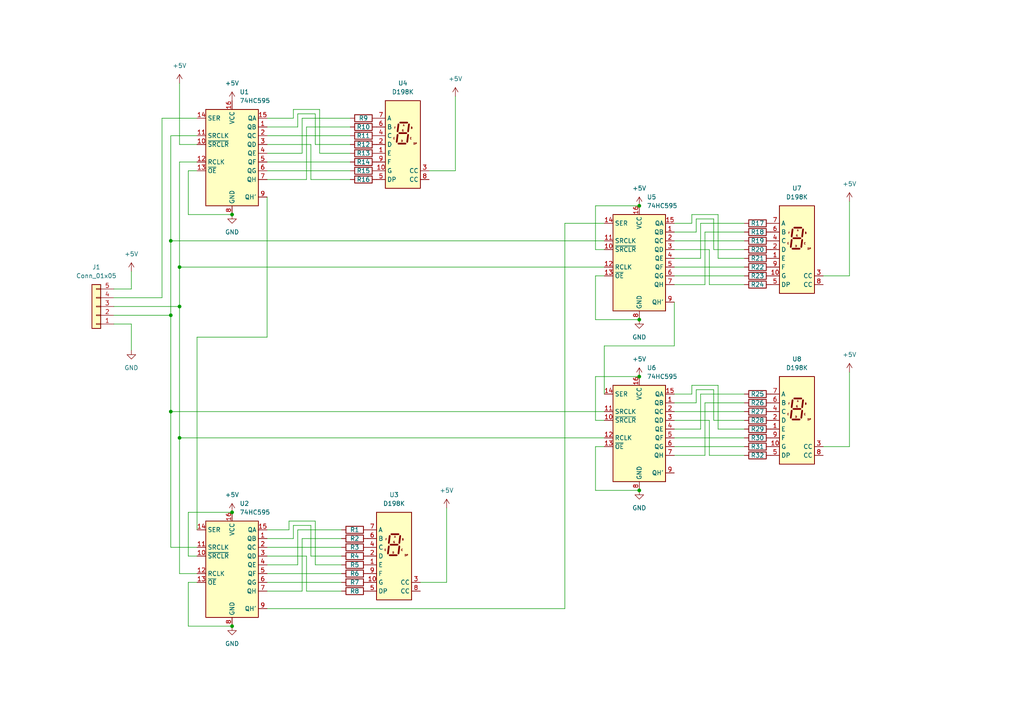
<source format=kicad_sch>
(kicad_sch (version 20231120) (generator "eeschema") (generator_version "8.0")
  (paper "A4")
  (lib_symbols
    (symbol "74xx:74HC595"
      (property "Reference" "U" (at -7.62 13.97 0))
      (property "Value" "74HC595" (at -7.62 -16.51 0))
      (symbol "74HC595_1_0"
        (pin tri_state line (at 10.16 7.62 180) (length 2.54) (name "QB") (number "1"))
        (pin input line (at -10.16 2.54 0) (length 2.54) (name "~{SRCLR}") (number "10"))
        (pin input line (at -10.16 5.08 0) (length 2.54) (name "SRCLK") (number "11"))
        (pin input line (at -10.16 -2.54 0) (length 2.54) (name "RCLK") (number "12"))
        (pin input line (at -10.16 -5.08 0) (length 2.54) (name "~{OE}") (number "13"))
        (pin input line (at -10.16 10.16 0) (length 2.54) (name "SER") (number "14"))
        (pin tri_state line (at 10.16 10.16 180) (length 2.54) (name "QA") (number "15"))
        (pin power_in line (at 0 15.24 270) (length 2.54) (name "VCC") (number "16"))
        (pin tri_state line (at 10.16 5.08 180) (length 2.54) (name "QC") (number "2"))
        (pin tri_state line (at 10.16 2.54 180) (length 2.54) (name "QD") (number "3"))
        (pin tri_state line (at 10.16 0 180) (length 2.54) (name "QE") (number "4"))
        (pin tri_state line (at 10.16 -2.54 180) (length 2.54) (name "QF") (number "5"))
        (pin tri_state line (at 10.16 -5.08 180) (length 2.54) (name "QG") (number "6"))
        (pin tri_state line (at 10.16 -7.62 180) (length 2.54) (name "QH") (number "7"))
        (pin power_in line (at 0 -17.78 90) (length 2.54) (name "GND") (number "8"))
        (pin output line (at 10.16 -12.7 180) (length 2.54) (name "QH'") (number "9"))
      )
      (symbol "74HC595_1_1"
        (rectangle (start -7.62 12.7) (end 7.62 -15.24) (stroke (width 0.254)) (fill (type background)))
      )
    )
    (symbol "Connector_Generic:Conn_01x05" (pin_names (offset 1.016) hide)
      (property "Reference" "J" (at 0 7.62 0))
      (property "Value" "Conn_01x05" (at 0 -7.62 0))
      (symbol "Conn_01x05_1_1"
        (rectangle (start -1.27 -4.953) (end 0 -5.207) (stroke (width 0.1524)))
        (rectangle (start -1.27 -2.413) (end 0 -2.667) (stroke (width 0.1524)))
        (rectangle (start -1.27 0.127) (end 0 -0.127) (stroke (width 0.1524)))
        (rectangle (start -1.27 2.667) (end 0 2.413) (stroke (width 0.1524)))
        (rectangle (start -1.27 5.207) (end 0 4.953) (stroke (width 0.1524)))
        (rectangle (start -1.27 6.35) (end 1.27 -6.35) (stroke (width 0.254)) (fill (type background)))
        (pin passive line (at -5.08 5.08 0) (length 3.81) (name "Pin_1") (number "1"))
        (pin passive line (at -5.08 2.54 0) (length 3.81) (name "Pin_2") (number "2"))
        (pin passive line (at -5.08 0 0) (length 3.81) (name "Pin_3") (number "3"))
        (pin passive line (at -5.08 -2.54 0) (length 3.81) (name "Pin_4") (number "4"))
        (pin passive line (at -5.08 -5.08 0) (length 3.81) (name "Pin_5") (number "5"))
      )
    )
    (symbol "Device:R" (pin_numbers hide) (pin_names (offset 0))
      (property "Reference" "R" (at 2.032 0 90))
      (property "Value" "R" (at 0 0 90))
      (symbol "R_0_1"
        (rectangle (start -1.016 -2.54) (end 1.016 2.54) (stroke (width 0.254)))
      )
      (symbol "R_1_1"
        (pin passive line (at 0 3.81 270) (length 1.27) (name "~") (number "1"))
        (pin passive line (at 0 -3.81 90) (length 1.27) (name "~") (number "2"))
      )
    )
    (symbol "Display_Character:D198K"
      (property "Reference" "U" (at -2.54 13.97 0))
      (property "Value" "D198K" (at 1.27 13.97 0))
      (symbol "D198K_0_0"
        (text "A" (at 0.254 5.588 0) (effects (font (size 0.508 0.508))))
        (text "B" (at 2.54 4.826 0) (effects (font (size 0.508 0.508))))
        (text "C" (at 2.286 1.778 0) (effects (font (size 0.508 0.508))))
        (text "D" (at -0.254 1.016 0) (effects (font (size 0.508 0.508))))
        (text "DP" (at 3.556 0.254 0) (effects (font (size 0.508 0.508))))
        (text "E" (at -2.54 1.778 0) (effects (font (size 0.508 0.508))))
        (text "F" (at -2.286 4.826 0) (effects (font (size 0.508 0.508))))
        (text "G" (at 0 4.064 0) (effects (font (size 0.508 0.508))))
      )
      (symbol "D198K_0_1"
        (rectangle (start -5.08 12.7) (end 5.08 -12.7) (stroke (width 0.254)) (fill (type background)))
        (polyline (pts (xy -1.524 2.794) (xy -1.778 0.762)) (stroke (width 0.508)))
        (polyline (pts (xy -1.27 0.254) (xy 0.762 0.254)) (stroke (width 0.508)))
        (polyline (pts (xy -1.27 5.842) (xy -1.524 3.81)) (stroke (width 0.508)))
        (polyline (pts (xy -1.016 3.302) (xy 1.016 3.302)) (stroke (width 0.508)))
        (polyline (pts (xy -0.762 6.35) (xy 1.27 6.35)) (stroke (width 0.508)))
        (polyline (pts (xy 1.524 2.794) (xy 1.27 0.762)) (stroke (width 0.508)))
        (polyline (pts (xy 1.778 5.842) (xy 1.524 3.81)) (stroke (width 0.508)))
        (polyline (pts (xy 2.54 0.254) (xy 2.54 0.254)) (stroke (width 0.508)))
      )
      (symbol "D198K_1_1"
        (pin input line (at -7.62 -2.54 0) (length 2.54) (name "E") (number "1"))
        (pin input line (at -7.62 -7.62 0) (length 2.54) (name "G") (number "10"))
        (pin input line (at -7.62 0 0) (length 2.54) (name "D") (number "2"))
        (pin input line (at 7.62 -7.62 180) (length 2.54) (name "CC") (number "3"))
        (pin input line (at -7.62 2.54 0) (length 2.54) (name "C") (number "4"))
        (pin input line (at -7.62 -10.16 0) (length 2.54) (name "DP") (number "5"))
        (pin input line (at -7.62 5.08 0) (length 2.54) (name "B") (number "6"))
        (pin input line (at -7.62 7.62 0) (length 2.54) (name "A") (number "7"))
        (pin input line (at 7.62 -10.16 180) (length 2.54) (name "CC") (number "8"))
        (pin input line (at -7.62 -5.08 0) (length 2.54) (name "F") (number "9"))
      )
    )
    (symbol "power:+5V" (power) (pin_names (offset 0))
      (property "Value" "+5V" (at 0 3.556 0))
      (symbol "+5V_0_1"
        (polyline (pts (xy -0.762 1.27) (xy 0 2.54)))
        (polyline (pts (xy 0 0) (xy 0 2.54)))
        (polyline (pts (xy 0 2.54) (xy 0.762 1.27)))
      )
      (symbol "+5V_1_1"
        (pin power_in line (at 0 0 90) (length 0) hide (name "+5V") (number "1"))
      )
    )
    (symbol "power:GND" (power) (pin_names (offset 0))
      (property "Value" "GND" (at 0 -3.81 0))
      (symbol "GND_0_1"
        (polyline (pts (xy 0 0) (xy 0 -1.27) (xy 1.27 -1.27) (xy 0 -2.54) (xy -1.27 -1.27) (xy 0 -1.27)))
      )
      (symbol "GND_1_1"
        (pin power_in line (at 0 0 270) (length 0) hide (name "GND") (number "1"))
      )
    )
  )
  (junction (at 185.42 109.22))
  (junction (at 52.07 77.47))
  (junction (at 67.31 148.59))
  (junction (at 185.42 59.69))
  (junction (at 49.53 119.38))
  (junction (at 185.42 142.24))
  (junction (at 52.07 88.9))
  (junction (at 49.53 91.44))
  (junction (at 185.42 92.71))
  (junction (at 67.31 62.23))
  (junction (at 49.53 69.85))
  (junction (at 67.31 181.61))
  (junction (at 52.07 127))
  (wire (pts (xy 204.47 132.08) (xy 204.47 116.84)))
  (wire (pts (xy 91.44 163.83) (xy 99.06 163.83)))
  (wire (pts (xy 195.58 80.01) (xy 215.9 80.01)))
  (wire (pts (xy 238.76 80.01) (xy 246.38 80.01)))
  (wire (pts (xy 77.47 36.83) (xy 86.36 36.83)))
  (wire (pts (xy 49.53 119.38) (xy 175.26 119.38)))
  (wire (pts (xy 77.47 41.91) (xy 90.17 41.91)))
  (wire (pts (xy 124.46 49.53) (xy 132.08 49.53)))
  (wire (pts (xy 92.71 44.45) (xy 101.6 44.45)))
  (wire (pts (xy 207.01 121.92) (xy 215.9 121.92)))
  (wire (pts (xy 175.26 129.54) (xy 172.72 129.54)))
  (wire (pts (xy 208.28 74.93) (xy 215.9 74.93)))
  (wire (pts (xy 195.58 114.3) (xy 200.66 114.3)))
  (wire (pts (xy 86.36 153.67) (xy 99.06 153.67)))
  (wire (pts (xy 203.2 64.77) (xy 215.9 64.77)))
  (wire (pts (xy 77.47 176.53) (xy 163.83 176.53)))
  (wire (pts (xy 101.6 41.91) (xy 91.44 41.91)))
  (wire (pts (xy 195.58 64.77) (xy 200.66 64.77)))
  (wire (pts (xy 57.15 49.53) (xy 54.61 49.53)))
  (wire (pts (xy 195.58 116.84) (xy 201.93 116.84)))
  (wire (pts (xy 195.58 69.85) (xy 215.9 69.85)))
  (wire (pts (xy 200.66 64.77) (xy 200.66 62.23)))
  (wire (pts (xy 77.47 171.45) (xy 87.63 171.45)))
  (wire (pts (xy 195.58 67.31) (xy 201.93 67.31)))
  (wire (pts (xy 201.93 67.31) (xy 201.93 63.5)))
  (wire (pts (xy 195.58 72.39) (xy 205.74 72.39)))
  (wire (pts (xy 90.17 161.29) (xy 99.06 161.29)))
  (wire (pts (xy 88.9 161.29) (xy 88.9 171.45)))
  (wire (pts (xy 88.9 171.45) (xy 99.06 171.45)))
  (wire (pts (xy 92.71 31.75) (xy 92.71 44.45)))
  (wire (pts (xy 52.07 77.47) (xy 175.26 77.47)))
  (wire (pts (xy 77.47 97.79) (xy 57.15 97.79)))
  (wire (pts (xy 87.63 44.45) (xy 87.63 34.29)))
  (wire (pts (xy 208.28 111.76) (xy 208.28 124.46)))
  (wire (pts (xy 172.72 72.39) (xy 172.72 59.69)))
  (wire (pts (xy 77.47 46.99) (xy 101.6 46.99)))
  (wire (pts (xy 175.26 100.33) (xy 175.26 114.3)))
  (wire (pts (xy 172.72 59.69) (xy 185.42 59.69)))
  (wire (pts (xy 77.47 39.37) (xy 101.6 39.37)))
  (wire (pts (xy 207.01 72.39) (xy 215.9 72.39)))
  (wire (pts (xy 207.01 63.5) (xy 207.01 72.39)))
  (wire (pts (xy 77.47 44.45) (xy 87.63 44.45)))
  (wire (pts (xy 195.58 100.33) (xy 175.26 100.33)))
  (wire (pts (xy 77.47 57.15) (xy 77.47 97.79)))
  (wire (pts (xy 201.93 113.03) (xy 207.01 113.03)))
  (wire (pts (xy 52.07 46.99) (xy 57.15 46.99)))
  (wire (pts (xy 172.72 80.01) (xy 172.72 92.71)))
  (wire (pts (xy 129.54 168.91) (xy 129.54 147.32)))
  (wire (pts (xy 87.63 171.45) (xy 87.63 156.21)))
  (wire (pts (xy 88.9 36.83) (xy 101.6 36.83)))
  (wire (pts (xy 57.15 158.75) (xy 49.53 158.75)))
  (wire (pts (xy 33.02 83.82) (xy 38.1 83.82)))
  (wire (pts (xy 33.02 88.9) (xy 52.07 88.9)))
  (wire (pts (xy 246.38 80.01) (xy 246.38 58.42)))
  (wire (pts (xy 49.53 158.75) (xy 49.53 119.38)))
  (wire (pts (xy 203.2 114.3) (xy 215.9 114.3)))
  (wire (pts (xy 85.09 152.4) (xy 90.17 152.4)))
  (wire (pts (xy 77.47 156.21) (xy 85.09 156.21)))
  (wire (pts (xy 201.93 63.5) (xy 207.01 63.5)))
  (wire (pts (xy 195.58 82.55) (xy 204.47 82.55)))
  (wire (pts (xy 88.9 52.07) (xy 88.9 36.83)))
  (wire (pts (xy 87.63 156.21) (xy 99.06 156.21)))
  (wire (pts (xy 52.07 127) (xy 175.26 127)))
  (wire (pts (xy 132.08 49.53) (xy 132.08 27.94)))
  (wire (pts (xy 195.58 121.92) (xy 205.74 121.92)))
  (wire (pts (xy 38.1 83.82) (xy 38.1 78.74)))
  (wire (pts (xy 49.53 39.37) (xy 49.53 69.85)))
  (wire (pts (xy 77.47 168.91) (xy 99.06 168.91)))
  (wire (pts (xy 205.74 72.39) (xy 205.74 82.55)))
  (wire (pts (xy 208.28 124.46) (xy 215.9 124.46)))
  (wire (pts (xy 57.15 161.29) (xy 54.61 161.29)))
  (wire (pts (xy 90.17 41.91) (xy 90.17 52.07)))
  (wire (pts (xy 172.72 109.22) (xy 185.42 109.22)))
  (wire (pts (xy 195.58 124.46) (xy 203.2 124.46)))
  (wire (pts (xy 90.17 52.07) (xy 101.6 52.07)))
  (wire (pts (xy 77.47 158.75) (xy 99.06 158.75)))
  (wire (pts (xy 85.09 156.21) (xy 85.09 152.4)))
  (wire (pts (xy 205.74 132.08) (xy 215.9 132.08)))
  (wire (pts (xy 163.83 64.77) (xy 175.26 64.77)))
  (wire (pts (xy 77.47 49.53) (xy 101.6 49.53)))
  (wire (pts (xy 52.07 41.91) (xy 52.07 24.13)))
  (wire (pts (xy 204.47 116.84) (xy 215.9 116.84)))
  (wire (pts (xy 54.61 62.23) (xy 67.31 62.23)))
  (wire (pts (xy 77.47 166.37) (xy 99.06 166.37)))
  (wire (pts (xy 200.66 62.23) (xy 208.28 62.23)))
  (wire (pts (xy 205.74 121.92) (xy 205.74 132.08)))
  (wire (pts (xy 52.07 77.47) (xy 52.07 88.9)))
  (wire (pts (xy 91.44 41.91) (xy 91.44 33.02)))
  (wire (pts (xy 203.2 74.93) (xy 203.2 64.77)))
  (wire (pts (xy 172.72 92.71) (xy 185.42 92.71)))
  (wire (pts (xy 83.82 151.13) (xy 91.44 151.13)))
  (wire (pts (xy 91.44 151.13) (xy 91.44 163.83)))
  (wire (pts (xy 246.38 129.54) (xy 246.38 107.95)))
  (wire (pts (xy 77.47 161.29) (xy 88.9 161.29)))
  (wire (pts (xy 52.07 46.99) (xy 52.07 77.47)))
  (wire (pts (xy 87.63 34.29) (xy 101.6 34.29)))
  (wire (pts (xy 195.58 127) (xy 215.9 127)))
  (wire (pts (xy 33.02 86.36) (xy 46.99 86.36)))
  (wire (pts (xy 83.82 153.67) (xy 83.82 151.13)))
  (wire (pts (xy 172.72 129.54) (xy 172.72 142.24)))
  (wire (pts (xy 33.02 91.44) (xy 49.53 91.44)))
  (wire (pts (xy 54.61 49.53) (xy 54.61 62.23)))
  (wire (pts (xy 195.58 132.08) (xy 204.47 132.08)))
  (wire (pts (xy 38.1 93.98) (xy 38.1 101.6)))
  (wire (pts (xy 46.99 34.29) (xy 46.99 86.36)))
  (wire (pts (xy 175.26 121.92) (xy 172.72 121.92)))
  (wire (pts (xy 204.47 82.55) (xy 204.47 67.31)))
  (wire (pts (xy 200.66 111.76) (xy 208.28 111.76)))
  (wire (pts (xy 90.17 152.4) (xy 90.17 161.29)))
  (wire (pts (xy 77.47 52.07) (xy 88.9 52.07)))
  (wire (pts (xy 85.09 31.75) (xy 92.71 31.75)))
  (wire (pts (xy 49.53 91.44) (xy 49.53 119.38)))
  (wire (pts (xy 238.76 129.54) (xy 246.38 129.54)))
  (wire (pts (xy 54.61 181.61) (xy 67.31 181.61)))
  (wire (pts (xy 33.02 93.98) (xy 38.1 93.98)))
  (wire (pts (xy 52.07 166.37) (xy 57.15 166.37)))
  (wire (pts (xy 203.2 124.46) (xy 203.2 114.3)))
  (wire (pts (xy 195.58 74.93) (xy 203.2 74.93)))
  (wire (pts (xy 175.26 72.39) (xy 172.72 72.39)))
  (wire (pts (xy 172.72 121.92) (xy 172.72 109.22)))
  (wire (pts (xy 86.36 163.83) (xy 86.36 153.67)))
  (wire (pts (xy 54.61 168.91) (xy 54.61 181.61)))
  (wire (pts (xy 201.93 116.84) (xy 201.93 113.03)))
  (wire (pts (xy 175.26 80.01) (xy 172.72 80.01)))
  (wire (pts (xy 52.07 88.9) (xy 52.07 127)))
  (wire (pts (xy 195.58 87.63) (xy 195.58 100.33)))
  (wire (pts (xy 57.15 41.91) (xy 52.07 41.91)))
  (wire (pts (xy 195.58 119.38) (xy 215.9 119.38)))
  (wire (pts (xy 208.28 62.23) (xy 208.28 74.93)))
  (wire (pts (xy 77.47 34.29) (xy 85.09 34.29)))
  (wire (pts (xy 54.61 161.29) (xy 54.61 148.59)))
  (wire (pts (xy 49.53 69.85) (xy 175.26 69.85)))
  (wire (pts (xy 172.72 142.24) (xy 185.42 142.24)))
  (wire (pts (xy 200.66 114.3) (xy 200.66 111.76)))
  (wire (pts (xy 91.44 33.02) (xy 86.36 33.02)))
  (wire (pts (xy 207.01 113.03) (xy 207.01 121.92)))
  (wire (pts (xy 52.07 127) (xy 52.07 166.37)))
  (wire (pts (xy 121.92 168.91) (xy 129.54 168.91)))
  (wire (pts (xy 86.36 33.02) (xy 86.36 36.83)))
  (wire (pts (xy 85.09 34.29) (xy 85.09 31.75)))
  (wire (pts (xy 49.53 39.37) (xy 57.15 39.37)))
  (wire (pts (xy 54.61 148.59) (xy 67.31 148.59)))
  (wire (pts (xy 57.15 97.79) (xy 57.15 153.67)))
  (wire (pts (xy 163.83 176.53) (xy 163.83 64.77)))
  (wire (pts (xy 205.74 82.55) (xy 215.9 82.55)))
  (wire (pts (xy 77.47 163.83) (xy 86.36 163.83)))
  (wire (pts (xy 57.15 168.91) (xy 54.61 168.91)))
  (wire (pts (xy 204.47 67.31) (xy 215.9 67.31)))
  (wire (pts (xy 49.53 69.85) (xy 49.53 91.44)))
  (wire (pts (xy 77.47 153.67) (xy 83.82 153.67)))
  (wire (pts (xy 195.58 129.54) (xy 215.9 129.54)))
  (wire (pts (xy 57.15 34.29) (xy 46.99 34.29)))
  (wire (pts (xy 195.58 77.47) (xy 215.9 77.47)))
  (symbol (lib_id "Device:R") (at 219.71 74.93 90) (unit 1)
    (property "Reference" "R21" (at 219.71 74.93 90))
    (property "Value" "330R" (effects (hide yes)))
    (property "Footprint" "Resistor_SMD:R_0805_2012Metric_Pad1.20x1.40mm_HandSolder" (effects (hide yes)))
  )
  (symbol (lib_id "Connector_Generic:Conn_01x05") (at 27.94 88.9 180) (unit 1)
    (property "Reference" "J1" (at 27.94 77.47 0))
    (property "Value" "Conn_01x05" (at 27.94 80.01 0))
    (property "Footprint" "Connector_PinHeader_2.54mm:PinHeader_1x05_P2.54mm_Vertical" (effects (hide yes)))
  )
  (symbol (lib_id "Device:R") (at 219.71 124.46 90) (unit 1)
    (property "Reference" "R29" (at 219.71 124.46 90))
    (property "Value" "330R" (effects (hide yes)))
    (property "Footprint" "Resistor_SMD:R_0805_2012Metric_Pad1.20x1.40mm_HandSolder" (effects (hide yes)))
  )
  (symbol (lib_id "Device:R") (at 102.87 171.45 90) (unit 1)
    (property "Reference" "R8" (at 102.87 171.45 90))
    (property "Value" "330R" (effects (hide yes)))
    (property "Footprint" "Resistor_SMD:R_0805_2012Metric_Pad1.20x1.40mm_HandSolder" (effects (hide yes)))
  )
  (symbol (lib_id "Device:R") (at 219.71 129.54 90) (unit 1)
    (property "Reference" "R31" (at 219.71 129.54 90))
    (property "Value" "330R" (effects (hide yes)))
    (property "Footprint" "Resistor_SMD:R_0805_2012Metric_Pad1.20x1.40mm_HandSolder" (effects (hide yes)))
  )
  (symbol (lib_id "power:+5V") (at 246.38 107.95 0) (unit 1)
    (property "Reference" "#PWR015" (effects (hide yes)))
    (property "Value" "+5V" (at 246.38 102.87 0))
  )
  (symbol (lib_id "power:GND") (at 67.31 181.61 0) (unit 1)
    (property "Reference" "#PWR07" (effects (hide yes)))
    (property "Value" "GND" (at 67.31 186.69 0))
  )
  (symbol (lib_id "Device:R") (at 102.87 156.21 90) (unit 1)
    (property "Reference" "R2" (at 102.87 156.21 90))
    (property "Value" "330R" (effects (hide yes)))
    (property "Footprint" "Resistor_SMD:R_0805_2012Metric_Pad1.20x1.40mm_HandSolder" (effects (hide yes)))
  )
  (symbol (lib_id "74xx:74HC595") (at 67.31 44.45 0) (unit 1)
    (property "Reference" "U1" (at 69.5041 26.67 0) (effects (justify left)))
    (property "Value" "74HC595" (at 69.5041 29.21 0) (effects (justify left)))
    (property "Footprint" "Package_SO:SO-16_3.9x9.9mm_P1.27mm" (effects (hide yes)))
    (property "Datasheet" "http://www.ti.com/lit/ds/symlink/sn74hc595.pdf" (effects (hide yes)))
  )
  (symbol (lib_id "Device:R") (at 105.41 46.99 90) (unit 1)
    (property "Reference" "R14" (at 105.41 46.99 90))
    (property "Value" "330R" (effects (hide yes)))
    (property "Footprint" "Resistor_SMD:R_0805_2012Metric_Pad1.20x1.40mm_HandSolder" (effects (hide yes)))
  )
  (symbol (lib_id "Device:R") (at 219.71 82.55 90) (unit 1)
    (property "Reference" "R24" (at 219.71 82.55 90))
    (property "Value" "330R" (effects (hide yes)))
    (property "Footprint" "Resistor_SMD:R_0805_2012Metric_Pad1.20x1.40mm_HandSolder" (effects (hide yes)))
  )
  (symbol (lib_id "power:GND") (at 38.1 101.6 0) (unit 1)
    (property "Reference" "#PWR02" (effects (hide yes)))
    (property "Value" "GND" (at 38.1 106.68 0))
  )
  (symbol (lib_id "Device:R") (at 105.41 36.83 90) (unit 1)
    (property "Reference" "R10" (at 105.41 36.83 90))
    (property "Value" "330R" (effects (hide yes)))
    (property "Footprint" "Resistor_SMD:R_0805_2012Metric_Pad1.20x1.40mm_HandSolder" (effects (hide yes)))
  )
  (symbol (lib_id "power:+5V") (at 185.42 59.69 0) (unit 1)
    (property "Reference" "#PWR010" (effects (hide yes)))
    (property "Value" "+5V" (at 185.42 54.61 0))
  )
  (symbol (lib_id "74xx:74HC595") (at 67.31 163.83 0) (unit 1)
    (property "Reference" "U2" (at 69.5041 146.05 0) (effects (justify left)))
    (property "Value" "74HC595" (at 69.5041 148.59 0) (effects (justify left)))
    (property "Footprint" "Package_SO:SO-16_3.9x9.9mm_P1.27mm" (effects (hide yes)))
    (property "Datasheet" "http://www.ti.com/lit/ds/symlink/sn74hc595.pdf" (effects (hide yes)))
  )
  (symbol (lib_id "power:GND") (at 185.42 92.71 0) (unit 1)
    (property "Reference" "#PWR011" (effects (hide yes)))
    (property "Value" "GND" (at 185.42 97.79 0))
  )
  (symbol (lib_id "Device:R") (at 219.71 121.92 90) (unit 1)
    (property "Reference" "R28" (at 219.71 121.92 90))
    (property "Value" "330R" (effects (hide yes)))
    (property "Footprint" "Resistor_SMD:R_0805_2012Metric_Pad1.20x1.40mm_HandSolder" (effects (hide yes)))
  )
  (symbol (lib_id "Display_Character:D198K") (at 116.84 41.91 0) (unit 1)
    (property "Reference" "U4" (at 116.84 24.13 0))
    (property "Value" "D198K" (at 116.84 26.67 0))
    (property "Footprint" "sparkfun:7SegmentLED_ YSD_160AR4B_8" (effects (hide yes)))
    (property "Datasheet" "https://ia800903.us.archive.org/24/items/CTKD1x8K/Cromatek%20D168K.pdf" (effects (hide yes)))
  )
  (symbol (lib_id "Device:R") (at 219.71 80.01 90) (unit 1)
    (property "Reference" "R23" (at 219.71 80.01 90))
    (property "Value" "330R" (effects (hide yes)))
    (property "Footprint" "Resistor_SMD:R_0805_2012Metric_Pad1.20x1.40mm_HandSolder" (effects (hide yes)))
  )
  (symbol (lib_id "74xx:74HC595") (at 185.42 74.93 0) (unit 1)
    (property "Reference" "U5" (at 187.6141 57.15 0) (effects (justify left)))
    (property "Value" "74HC595" (at 187.6141 59.69 0) (effects (justify left)))
    (property "Footprint" "Package_SO:SO-16_3.9x9.9mm_P1.27mm" (effects (hide yes)))
    (property "Datasheet" "http://www.ti.com/lit/ds/symlink/sn74hc595.pdf" (effects (hide yes)))
  )
  (symbol (lib_id "Device:R") (at 105.41 44.45 90) (unit 1)
    (property "Reference" "R13" (at 105.41 44.45 90))
    (property "Value" "330R" (effects (hide yes)))
    (property "Footprint" "Resistor_SMD:R_0805_2012Metric_Pad1.20x1.40mm_HandSolder" (effects (hide yes)))
  )
  (symbol (lib_id "power:+5V") (at 132.08 27.94 0) (unit 1)
    (property "Reference" "#PWR09" (effects (hide yes)))
    (property "Value" "+5V" (at 132.08 22.86 0))
  )
  (symbol (lib_id "power:GND") (at 67.31 62.23 0) (unit 1)
    (property "Reference" "#PWR05" (effects (hide yes)))
    (property "Value" "GND" (at 67.31 67.31 0))
  )
  (symbol (lib_id "Device:R") (at 105.41 41.91 90) (unit 1)
    (property "Reference" "R12" (at 105.41 41.91 90))
    (property "Value" "330R" (effects (hide yes)))
    (property "Footprint" "Resistor_SMD:R_0805_2012Metric_Pad1.20x1.40mm_HandSolder" (effects (hide yes)))
  )
  (symbol (lib_id "Display_Character:D198K") (at 114.3 161.29 0) (unit 1)
    (property "Reference" "U3" (at 114.3 143.51 0))
    (property "Value" "D198K" (at 114.3 146.05 0))
    (property "Footprint" "sparkfun:7SegmentLED_ YSD_160AR4B_8" (effects (hide yes)))
    (property "Datasheet" "https://ia800903.us.archive.org/24/items/CTKD1x8K/Cromatek%20D168K.pdf" (effects (hide yes)))
  )
  (symbol (lib_id "Device:R") (at 105.41 49.53 90) (unit 1)
    (property "Reference" "R15" (at 105.41 49.53 90))
    (property "Value" "330R" (effects (hide yes)))
    (property "Footprint" "Resistor_SMD:R_0805_2012Metric_Pad1.20x1.40mm_HandSolder" (effects (hide yes)))
  )
  (symbol (lib_id "Device:R") (at 102.87 158.75 90) (unit 1)
    (property "Reference" "R3" (at 102.87 158.75 90))
    (property "Value" "330R" (effects (hide yes)))
    (property "Footprint" "Resistor_SMD:R_0805_2012Metric_Pad1.20x1.40mm_HandSolder" (effects (hide yes)))
  )
  (symbol (lib_id "power:+5V") (at 129.54 147.32 0) (unit 1)
    (property "Reference" "#PWR08" (effects (hide yes)))
    (property "Value" "+5V" (at 129.54 142.24 0))
  )
  (symbol (lib_id "power:+5V") (at 246.38 58.42 0) (unit 1)
    (property "Reference" "#PWR014" (effects (hide yes)))
    (property "Value" "+5V" (at 246.38 53.34 0))
  )
  (symbol (lib_id "Device:R") (at 219.71 114.3 90) (unit 1)
    (property "Reference" "R25" (at 219.71 114.3 90))
    (property "Value" "330R" (effects (hide yes)))
    (property "Footprint" "Resistor_SMD:R_0805_2012Metric_Pad1.20x1.40mm_HandSolder" (effects (hide yes)))
  )
  (symbol (lib_id "Device:R") (at 219.71 132.08 90) (unit 1)
    (property "Reference" "R32" (at 219.71 132.08 90))
    (property "Value" "330R" (effects (hide yes)))
    (property "Footprint" "Resistor_SMD:R_0805_2012Metric_Pad1.20x1.40mm_HandSolder" (effects (hide yes)))
  )
  (symbol (lib_id "power:+5V") (at 52.07 24.13 0) (unit 1)
    (property "Reference" "#PWR03" (effects (hide yes)))
    (property "Value" "+5V" (at 52.07 19.05 0))
  )
  (symbol (lib_id "Device:R") (at 219.71 77.47 90) (unit 1)
    (property "Reference" "R22" (at 219.71 77.47 90))
    (property "Value" "330R" (effects (hide yes)))
    (property "Footprint" "Resistor_SMD:R_0805_2012Metric_Pad1.20x1.40mm_HandSolder" (effects (hide yes)))
  )
  (symbol (lib_id "power:GND") (at 185.42 142.24 0) (unit 1)
    (property "Reference" "#PWR013" (effects (hide yes)))
    (property "Value" "GND" (at 185.42 147.32 0))
  )
  (symbol (lib_id "Device:R") (at 219.71 116.84 90) (unit 1)
    (property "Reference" "R26" (at 219.71 116.84 90))
    (property "Value" "330R" (effects (hide yes)))
    (property "Footprint" "Resistor_SMD:R_0805_2012Metric_Pad1.20x1.40mm_HandSolder" (effects (hide yes)))
  )
  (symbol (lib_id "Device:R") (at 105.41 39.37 90) (unit 1)
    (property "Reference" "R11" (at 105.41 39.37 90))
    (property "Value" "330R" (effects (hide yes)))
    (property "Footprint" "Resistor_SMD:R_0805_2012Metric_Pad1.20x1.40mm_HandSolder" (effects (hide yes)))
  )
  (symbol (lib_id "Device:R") (at 219.71 69.85 90) (unit 1)
    (property "Reference" "R19" (at 219.71 69.85 90))
    (property "Value" "330R" (effects (hide yes)))
    (property "Footprint" "Resistor_SMD:R_0805_2012Metric_Pad1.20x1.40mm_HandSolder" (effects (hide yes)))
  )
  (symbol (lib_id "power:+5V") (at 67.31 148.59 0) (unit 1)
    (property "Reference" "#PWR06" (effects (hide yes)))
    (property "Value" "+5V" (at 67.31 143.51 0))
  )
  (symbol (lib_id "Device:R") (at 105.41 34.29 90) (unit 1)
    (property "Reference" "R9" (at 105.41 34.29 90))
    (property "Value" "330R" (effects (hide yes)))
    (property "Footprint" "Resistor_SMD:R_0805_2012Metric_Pad1.20x1.40mm_HandSolder" (effects (hide yes)))
  )
  (symbol (lib_id "power:+5V") (at 67.31 29.21 0) (unit 1)
    (property "Reference" "#PWR04" (effects (hide yes)))
    (property "Value" "+5V" (at 67.31 24.13 0))
  )
  (symbol (lib_id "Display_Character:D198K") (at 231.14 121.92 0) (unit 1)
    (property "Reference" "U8" (at 231.14 104.14 0))
    (property "Value" "D198K" (at 231.14 106.68 0))
    (property "Footprint" "sparkfun:7SegmentLED_ YSD_160AR4B_8" (effects (hide yes)))
    (property "Datasheet" "https://ia800903.us.archive.org/24/items/CTKD1x8K/Cromatek%20D168K.pdf" (effects (hide yes)))
  )
  (symbol (lib_id "Device:R") (at 219.71 72.39 90) (unit 1)
    (property "Reference" "R20" (at 219.71 72.39 90))
    (property "Value" "330R" (effects (hide yes)))
    (property "Footprint" "Resistor_SMD:R_0805_2012Metric_Pad1.20x1.40mm_HandSolder" (effects (hide yes)))
  )
  (symbol (lib_id "Device:R") (at 102.87 153.67 90) (unit 1)
    (property "Reference" "R1" (at 102.87 153.67 90))
    (property "Value" "330R" (effects (hide yes)))
    (property "Footprint" "Resistor_SMD:R_0805_2012Metric_Pad1.20x1.40mm_HandSolder" (effects (hide yes)))
  )
  (symbol (lib_id "Device:R") (at 105.41 52.07 90) (unit 1)
    (property "Reference" "R16" (at 105.41 52.07 90))
    (property "Value" "330R" (effects (hide yes)))
    (property "Footprint" "Resistor_SMD:R_0805_2012Metric_Pad1.20x1.40mm_HandSolder" (effects (hide yes)))
  )
  (symbol (lib_id "Device:R") (at 219.71 67.31 90) (unit 1)
    (property "Reference" "R18" (at 219.71 67.31 90))
    (property "Value" "330R" (effects (hide yes)))
    (property "Footprint" "Resistor_SMD:R_0805_2012Metric_Pad1.20x1.40mm_HandSolder" (effects (hide yes)))
  )
  (symbol (lib_id "74xx:74HC595") (at 185.42 124.46 0) (unit 1)
    (property "Reference" "U6" (at 187.6141 106.68 0) (effects (justify left)))
    (property "Value" "74HC595" (at 187.6141 109.22 0) (effects (justify left)))
    (property "Footprint" "Package_SO:SO-16_3.9x9.9mm_P1.27mm" (effects (hide yes)))
    (property "Datasheet" "http://www.ti.com/lit/ds/symlink/sn74hc595.pdf" (effects (hide yes)))
  )
  (symbol (lib_id "power:+5V") (at 38.1 78.74 0) (unit 1)
    (property "Reference" "#PWR01" (effects (hide yes)))
    (property "Value" "+5V" (at 38.1 73.66 0))
  )
  (symbol (lib_id "Device:R") (at 102.87 166.37 90) (unit 1)
    (property "Reference" "R6" (at 102.87 166.37 90))
    (property "Value" "330R" (effects (hide yes)))
    (property "Footprint" "Resistor_SMD:R_0805_2012Metric_Pad1.20x1.40mm_HandSolder" (effects (hide yes)))
  )
  (symbol (lib_id "power:+5V") (at 185.42 109.22 0) (unit 1)
    (property "Reference" "#PWR012" (effects (hide yes)))
    (property "Value" "+5V" (at 185.42 104.14 0))
  )
  (symbol (lib_id "Device:R") (at 102.87 163.83 90) (unit 1)
    (property "Reference" "R5" (at 102.87 163.83 90))
    (property "Value" "330R" (effects (hide yes)))
    (property "Footprint" "Resistor_SMD:R_0805_2012Metric_Pad1.20x1.40mm_HandSolder" (effects (hide yes)))
  )
  (symbol (lib_id "Display_Character:D198K") (at 231.14 72.39 0) (unit 1)
    (property "Reference" "U7" (at 231.14 54.61 0))
    (property "Value" "D198K" (at 231.14 57.15 0))
    (property "Footprint" "sparkfun:7SegmentLED_ YSD_160AR4B_8" (effects (hide yes)))
    (property "Datasheet" "https://ia800903.us.archive.org/24/items/CTKD1x8K/Cromatek%20D168K.pdf" (effects (hide yes)))
  )
  (symbol (lib_id "Device:R") (at 219.71 119.38 90) (unit 1)
    (property "Reference" "R27" (at 219.71 119.38 90))
    (property "Value" "330R" (effects (hide yes)))
    (property "Footprint" "Resistor_SMD:R_0805_2012Metric_Pad1.20x1.40mm_HandSolder" (effects (hide yes)))
  )
  (symbol (lib_id "Device:R") (at 219.71 127 90) (unit 1)
    (property "Reference" "R30" (at 219.71 127 90))
    (property "Value" "330R" (effects (hide yes)))
    (property "Footprint" "Resistor_SMD:R_0805_2012Metric_Pad1.20x1.40mm_HandSolder" (effects (hide yes)))
  )
  (symbol (lib_id "Device:R") (at 102.87 168.91 90) (unit 1)
    (property "Reference" "R7" (at 102.87 168.91 90))
    (property "Value" "330R" (effects (hide yes)))
    (property "Footprint" "Resistor_SMD:R_0805_2012Metric_Pad1.20x1.40mm_HandSolder" (effects (hide yes)))
  )
  (symbol (lib_id "Device:R") (at 219.71 64.77 90) (unit 1)
    (property "Reference" "R17" (at 219.71 64.77 90))
    (property "Value" "330R" (effects (hide yes)))
    (property "Footprint" "Resistor_SMD:R_0805_2012Metric_Pad1.20x1.40mm_HandSolder" (effects (hide yes)))
  )
  (symbol (lib_id "Device:R") (at 102.87 161.29 90) (unit 1)
    (property "Reference" "R4" (at 102.87 161.29 90))
    (property "Value" "330R" (effects (hide yes)))
    (property "Footprint" "Resistor_SMD:R_0805_2012Metric_Pad1.20x1.40mm_HandSolder" (effects (hide yes)))
  )
)
</source>
